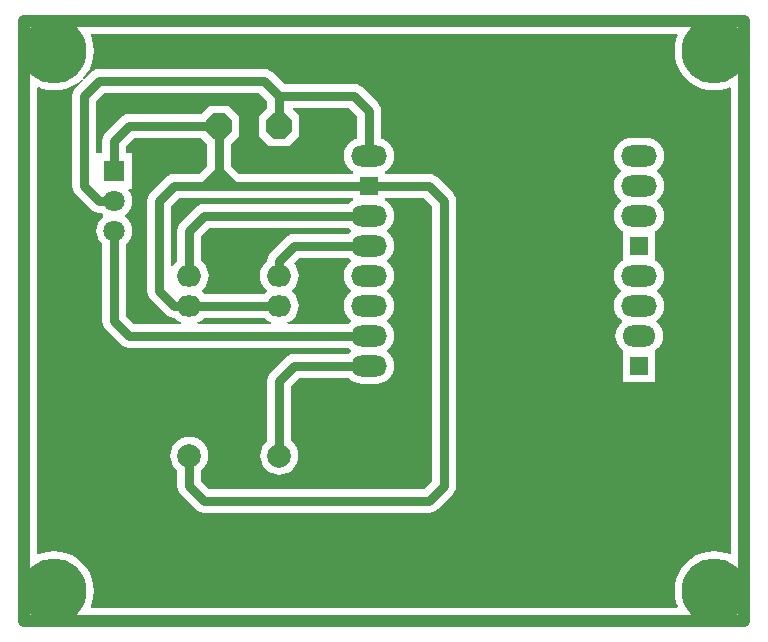
<source format=gbl>
G04 Layer_Physical_Order=2*
G04 Layer_Color=16711680*
%FSLAX42Y42*%
%MOMM*%
G71*
G01*
G75*
%ADD10P,2.38X8X22.5*%
%ADD11C,2.00*%
%ADD12O,2.10X1.80*%
%ADD13R,1.80X1.80*%
%ADD14C,1.80*%
%ADD16O,2.80X1.80*%
%ADD17O,3.05X1.80*%
%ADD18C,5.50*%
%ADD19C,0.80*%
%ADD20C,1.00*%
%ADD21R,1.52X1.52*%
G36*
X7011Y9356D02*
Y9298D01*
X6942Y9229D01*
Y9059D01*
X7027Y8974D01*
X7197D01*
X7282Y9059D01*
Y9229D01*
X7226Y9285D01*
X7230Y9297D01*
X7705D01*
X7773Y9229D01*
Y9035D01*
X7754Y9029D01*
X7728Y9015D01*
X7705Y8997D01*
X7686Y8974D01*
X7672Y8948D01*
X7664Y8919D01*
X7661Y8890D01*
X7664Y8861D01*
X7672Y8832D01*
X7686Y8806D01*
X7705Y8783D01*
X7728Y8765D01*
X7738Y8759D01*
Y8737D01*
X6773D01*
X6705Y8805D01*
Y8990D01*
X6774Y9059D01*
Y9229D01*
X6689Y9314D01*
X6519D01*
X6450Y9245D01*
X5842D01*
X5816Y9241D01*
X5792Y9231D01*
X5771Y9215D01*
X5644Y9088D01*
X5628Y9067D01*
X5618Y9043D01*
X5614Y9017D01*
Y8913D01*
X5565D01*
X5562Y8924D01*
Y9356D01*
X5630Y9424D01*
X6943D01*
X7011Y9356D01*
D02*
G37*
G36*
X7738Y8513D02*
X7728Y8507D01*
X7705Y8489D01*
X7700Y8483D01*
X6477D01*
X6451Y8479D01*
X6427Y8469D01*
X6406Y8453D01*
X6279Y8326D01*
X6263Y8305D01*
X6253Y8281D01*
X6249Y8255D01*
Y7998D01*
X6228Y7981D01*
X6210Y7958D01*
X6209Y7957D01*
X6197Y7960D01*
Y8467D01*
X6265Y8535D01*
X7738D01*
Y8513D01*
D02*
G37*
G36*
X7705Y8275D02*
X7720Y8263D01*
Y8247D01*
X7705Y8235D01*
X7700Y8229D01*
X7239D01*
X7213Y8225D01*
X7189Y8215D01*
X7168Y8199D01*
X7041Y8072D01*
X7025Y8051D01*
X7015Y8027D01*
X7011Y8001D01*
Y7998D01*
X6990Y7981D01*
X6972Y7958D01*
X6958Y7932D01*
X6949Y7903D01*
X6946Y7874D01*
X6949Y7845D01*
X6958Y7816D01*
X6972Y7790D01*
X6990Y7767D01*
X7005Y7755D01*
Y7739D01*
X6990Y7727D01*
X6986Y7721D01*
X6476D01*
X6472Y7727D01*
X6457Y7739D01*
Y7755D01*
X6472Y7767D01*
X6490Y7790D01*
X6504Y7816D01*
X6513Y7845D01*
X6516Y7874D01*
X6513Y7903D01*
X6504Y7932D01*
X6490Y7958D01*
X6472Y7981D01*
X6451Y7998D01*
Y8213D01*
X6519Y8281D01*
X7700D01*
X7705Y8275D01*
D02*
G37*
G36*
Y8021D02*
X7720Y8009D01*
Y7993D01*
X7705Y7981D01*
X7686Y7958D01*
X7672Y7932D01*
X7664Y7903D01*
X7661Y7874D01*
X7664Y7845D01*
X7672Y7816D01*
X7686Y7790D01*
X7705Y7767D01*
X7720Y7755D01*
Y7739D01*
X7705Y7727D01*
X7686Y7704D01*
X7672Y7678D01*
X7664Y7649D01*
X7661Y7620D01*
X7664Y7591D01*
X7672Y7562D01*
X7686Y7536D01*
X7705Y7513D01*
X7720Y7501D01*
Y7485D01*
X7705Y7473D01*
X7700Y7467D01*
X7183D01*
X7181Y7480D01*
X7185Y7481D01*
X7211Y7495D01*
X7234Y7513D01*
X7252Y7536D01*
X7266Y7562D01*
X7275Y7591D01*
X7278Y7620D01*
X7275Y7649D01*
X7266Y7678D01*
X7252Y7704D01*
X7234Y7727D01*
X7219Y7739D01*
Y7755D01*
X7234Y7767D01*
X7252Y7790D01*
X7266Y7816D01*
X7275Y7845D01*
X7278Y7874D01*
X7275Y7903D01*
X7266Y7932D01*
X7252Y7958D01*
X7234Y7980D01*
X7281Y8027D01*
X7700D01*
X7705Y8021D01*
D02*
G37*
G36*
X6990Y7513D02*
X7013Y7495D01*
X7039Y7481D01*
X7043Y7480D01*
X7041Y7467D01*
X6421D01*
X6419Y7480D01*
X6423Y7481D01*
X6449Y7495D01*
X6472Y7513D01*
X6476Y7519D01*
X6986D01*
X6990Y7513D01*
D02*
G37*
G36*
X6503Y8990D02*
Y8805D01*
X6435Y8737D01*
X6223D01*
X6197Y8733D01*
X6173Y8723D01*
X6152Y8707D01*
X6025Y8580D01*
X6009Y8559D01*
X5999Y8535D01*
X5995Y8509D01*
Y7747D01*
X5999Y7721D01*
X6009Y7697D01*
X6025Y7676D01*
X6152Y7549D01*
X6173Y7533D01*
X6197Y7523D01*
X6223Y7519D01*
X6224D01*
X6228Y7513D01*
X6251Y7495D01*
X6277Y7481D01*
X6281Y7480D01*
X6279Y7467D01*
X5884D01*
X5816Y7535D01*
Y8144D01*
X5822Y8148D01*
X5840Y8171D01*
X5854Y8197D01*
X5863Y8226D01*
X5866Y8255D01*
X5863Y8284D01*
X5854Y8313D01*
X5840Y8339D01*
X5822Y8362D01*
X5807Y8374D01*
Y8390D01*
X5822Y8402D01*
X5840Y8425D01*
X5854Y8451D01*
X5863Y8480D01*
X5866Y8509D01*
X5863Y8538D01*
X5854Y8567D01*
X5840Y8593D01*
X5833Y8602D01*
X5839Y8613D01*
X5865D01*
Y8913D01*
X5816D01*
Y8975D01*
X5884Y9043D01*
X6450D01*
X6503Y8990D01*
D02*
G37*
G36*
X10487Y9911D02*
X10475Y9883D01*
X10463Y9832D01*
X10459Y9779D01*
X10463Y9726D01*
X10475Y9675D01*
X10496Y9626D01*
X10523Y9581D01*
X10557Y9541D01*
X10597Y9507D01*
X10642Y9480D01*
X10691Y9459D01*
X10742Y9447D01*
X10795Y9443D01*
X10848Y9447D01*
X10899Y9459D01*
X10927Y9471D01*
X10938Y9464D01*
Y5522D01*
X10927Y5515D01*
X10899Y5527D01*
X10848Y5539D01*
X10795Y5543D01*
X10742Y5539D01*
X10691Y5527D01*
X10642Y5506D01*
X10597Y5479D01*
X10557Y5445D01*
X10523Y5405D01*
X10496Y5360D01*
X10475Y5311D01*
X10463Y5260D01*
X10459Y5207D01*
X10463Y5154D01*
X10475Y5103D01*
X10487Y5075D01*
X10480Y5064D01*
X5522D01*
X5515Y5075D01*
X5527Y5103D01*
X5539Y5154D01*
X5543Y5207D01*
X5539Y5260D01*
X5527Y5311D01*
X5506Y5360D01*
X5479Y5405D01*
X5445Y5445D01*
X5405Y5479D01*
X5360Y5506D01*
X5311Y5527D01*
X5260Y5539D01*
X5207Y5543D01*
X5154Y5539D01*
X5103Y5527D01*
X5075Y5515D01*
X5064Y5522D01*
Y9464D01*
X5075Y9471D01*
X5103Y9459D01*
X5154Y9447D01*
X5207Y9443D01*
X5260Y9447D01*
X5311Y9459D01*
X5360Y9480D01*
X5405Y9507D01*
X5439Y9537D01*
X5448Y9527D01*
X5390Y9469D01*
X5374Y9448D01*
X5364Y9424D01*
X5360Y9398D01*
Y8636D01*
X5364Y8610D01*
X5374Y8586D01*
X5390Y8565D01*
X5517Y8438D01*
X5538Y8422D01*
X5562Y8412D01*
X5588Y8408D01*
X5604D01*
X5608Y8402D01*
X5623Y8390D01*
Y8374D01*
X5608Y8362D01*
X5590Y8339D01*
X5576Y8313D01*
X5567Y8284D01*
X5564Y8255D01*
X5567Y8226D01*
X5576Y8197D01*
X5590Y8171D01*
X5608Y8148D01*
X5614Y8144D01*
Y7493D01*
X5618Y7467D01*
X5628Y7443D01*
X5644Y7422D01*
X5771Y7295D01*
X5792Y7279D01*
X5816Y7269D01*
X5842Y7265D01*
X7700D01*
X7705Y7259D01*
X7720Y7247D01*
Y7231D01*
X7705Y7219D01*
X7700Y7213D01*
X7239D01*
X7213Y7209D01*
X7189Y7199D01*
X7168Y7183D01*
X7041Y7056D01*
X7025Y7035D01*
X7015Y7011D01*
X7011Y6985D01*
Y6474D01*
X6998Y6464D01*
X6978Y6439D01*
X6963Y6412D01*
X6954Y6381D01*
X6951Y6350D01*
X6954Y6319D01*
X6963Y6288D01*
X6978Y6261D01*
X6998Y6236D01*
X7023Y6216D01*
X7050Y6201D01*
X7081Y6192D01*
X7112Y6189D01*
X7143Y6192D01*
X7174Y6201D01*
X7201Y6216D01*
X7226Y6236D01*
X7246Y6261D01*
X7261Y6288D01*
X7270Y6319D01*
X7273Y6350D01*
X7270Y6381D01*
X7261Y6412D01*
X7246Y6439D01*
X7226Y6464D01*
X7213Y6474D01*
Y6943D01*
X7281Y7011D01*
X7700D01*
X7705Y7005D01*
X7728Y6987D01*
X7754Y6973D01*
X7782Y6964D01*
X7812Y6961D01*
X7936D01*
X7966Y6964D01*
X7994Y6973D01*
X8020Y6987D01*
X8043Y7005D01*
X8062Y7028D01*
X8076Y7054D01*
X8084Y7083D01*
X8087Y7112D01*
X8084Y7141D01*
X8076Y7170D01*
X8062Y7196D01*
X8043Y7219D01*
X8028Y7231D01*
Y7247D01*
X8043Y7259D01*
X8062Y7282D01*
X8076Y7308D01*
X8084Y7337D01*
X8087Y7366D01*
X8084Y7395D01*
X8076Y7424D01*
X8062Y7450D01*
X8043Y7473D01*
X8028Y7485D01*
Y7501D01*
X8043Y7513D01*
X8062Y7536D01*
X8076Y7562D01*
X8084Y7591D01*
X8087Y7620D01*
X8084Y7649D01*
X8076Y7678D01*
X8062Y7704D01*
X8043Y7727D01*
X8028Y7739D01*
Y7755D01*
X8043Y7767D01*
X8062Y7790D01*
X8076Y7816D01*
X8084Y7845D01*
X8087Y7874D01*
X8084Y7903D01*
X8076Y7932D01*
X8062Y7958D01*
X8043Y7981D01*
X8028Y7993D01*
Y8009D01*
X8043Y8021D01*
X8062Y8044D01*
X8076Y8070D01*
X8084Y8099D01*
X8087Y8128D01*
X8084Y8157D01*
X8076Y8186D01*
X8062Y8212D01*
X8043Y8235D01*
X8028Y8247D01*
Y8263D01*
X8043Y8275D01*
X8062Y8298D01*
X8076Y8324D01*
X8084Y8353D01*
X8087Y8382D01*
X8084Y8411D01*
X8076Y8440D01*
X8062Y8466D01*
X8043Y8489D01*
X8020Y8507D01*
X8010Y8513D01*
Y8535D01*
X8340D01*
X8408Y8467D01*
Y6138D01*
X8340Y6070D01*
X6519D01*
X6451Y6138D01*
Y6226D01*
X6464Y6236D01*
X6484Y6261D01*
X6499Y6288D01*
X6508Y6319D01*
X6511Y6350D01*
X6508Y6381D01*
X6499Y6412D01*
X6484Y6439D01*
X6464Y6464D01*
X6439Y6484D01*
X6412Y6499D01*
X6381Y6508D01*
X6350Y6511D01*
X6319Y6508D01*
X6288Y6499D01*
X6261Y6484D01*
X6236Y6464D01*
X6216Y6439D01*
X6201Y6412D01*
X6192Y6381D01*
X6189Y6350D01*
X6192Y6319D01*
X6201Y6288D01*
X6216Y6261D01*
X6236Y6236D01*
X6249Y6226D01*
Y6096D01*
X6253Y6070D01*
X6263Y6046D01*
X6279Y6025D01*
X6406Y5898D01*
X6427Y5882D01*
X6451Y5872D01*
X6477Y5868D01*
X8382D01*
X8408Y5872D01*
X8432Y5882D01*
X8453Y5898D01*
X8580Y6025D01*
X8596Y6046D01*
X8606Y6070D01*
X8610Y6096D01*
Y8509D01*
X8606Y8535D01*
X8596Y8559D01*
X8580Y8580D01*
X8453Y8707D01*
X8432Y8723D01*
X8408Y8733D01*
X8382Y8737D01*
X8010D01*
Y8759D01*
X8020Y8765D01*
X8043Y8783D01*
X8062Y8806D01*
X8076Y8832D01*
X8084Y8861D01*
X8087Y8890D01*
X8084Y8919D01*
X8076Y8948D01*
X8062Y8974D01*
X8043Y8997D01*
X8020Y9015D01*
X7994Y9029D01*
X7975Y9035D01*
Y9271D01*
X7971Y9297D01*
X7961Y9321D01*
X7945Y9342D01*
X7818Y9469D01*
X7797Y9485D01*
X7773Y9495D01*
X7747Y9499D01*
X7154D01*
X7056Y9596D01*
X7035Y9612D01*
X7011Y9622D01*
X6985Y9626D01*
X5588D01*
X5562Y9622D01*
X5538Y9612D01*
X5517Y9596D01*
X5459Y9538D01*
X5449Y9547D01*
X5479Y9581D01*
X5506Y9626D01*
X5527Y9675D01*
X5539Y9726D01*
X5543Y9779D01*
X5539Y9832D01*
X5527Y9883D01*
X5515Y9911D01*
X5522Y9922D01*
X10480D01*
X10487Y9911D01*
D02*
G37*
%LPC*%
G36*
X10222Y9041D02*
X10098D01*
X10068Y9038D01*
X10040Y9029D01*
X10014Y9015D01*
X9991Y8997D01*
X9972Y8974D01*
X9958Y8948D01*
X9950Y8919D01*
X9947Y8890D01*
X9950Y8861D01*
X9958Y8832D01*
X9972Y8806D01*
X9991Y8783D01*
X10006Y8771D01*
Y8755D01*
X9991Y8743D01*
X9972Y8720D01*
X9958Y8694D01*
X9950Y8665D01*
X9947Y8636D01*
X9950Y8607D01*
X9958Y8578D01*
X9972Y8552D01*
X9991Y8529D01*
X10006Y8517D01*
Y8501D01*
X9991Y8489D01*
X9972Y8466D01*
X9958Y8440D01*
X9950Y8411D01*
X9947Y8382D01*
X9950Y8353D01*
X9958Y8324D01*
X9972Y8298D01*
X9991Y8275D01*
X10014Y8257D01*
X10024Y8251D01*
Y8005D01*
X10014Y7999D01*
X9991Y7981D01*
X9972Y7958D01*
X9958Y7932D01*
X9950Y7903D01*
X9947Y7874D01*
X9950Y7845D01*
X9958Y7816D01*
X9972Y7790D01*
X9991Y7767D01*
X10006Y7755D01*
Y7739D01*
X9991Y7727D01*
X9972Y7704D01*
X9958Y7678D01*
X9950Y7649D01*
X9947Y7620D01*
X9950Y7591D01*
X9958Y7562D01*
X9972Y7536D01*
X9991Y7513D01*
X10012Y7496D01*
X10015Y7482D01*
X10003Y7473D01*
X9985Y7450D01*
X9971Y7424D01*
X9962Y7395D01*
X9959Y7366D01*
X9962Y7337D01*
X9971Y7308D01*
X9985Y7282D01*
X10003Y7259D01*
X10024Y7243D01*
Y6976D01*
X10296D01*
Y7243D01*
X10317Y7259D01*
X10335Y7282D01*
X10349Y7308D01*
X10358Y7337D01*
X10361Y7366D01*
X10358Y7395D01*
X10349Y7424D01*
X10335Y7450D01*
X10317Y7473D01*
X10305Y7482D01*
X10308Y7496D01*
X10329Y7513D01*
X10348Y7536D01*
X10362Y7562D01*
X10370Y7591D01*
X10373Y7620D01*
X10370Y7649D01*
X10362Y7678D01*
X10348Y7704D01*
X10329Y7727D01*
X10314Y7739D01*
Y7755D01*
X10329Y7767D01*
X10348Y7790D01*
X10362Y7816D01*
X10370Y7845D01*
X10373Y7874D01*
X10370Y7903D01*
X10362Y7932D01*
X10348Y7958D01*
X10329Y7981D01*
X10306Y7999D01*
X10296Y8005D01*
Y8251D01*
X10306Y8257D01*
X10329Y8275D01*
X10348Y8298D01*
X10362Y8324D01*
X10370Y8353D01*
X10373Y8382D01*
X10370Y8411D01*
X10362Y8440D01*
X10348Y8466D01*
X10329Y8489D01*
X10314Y8501D01*
Y8517D01*
X10329Y8529D01*
X10348Y8552D01*
X10362Y8578D01*
X10370Y8607D01*
X10373Y8636D01*
X10370Y8665D01*
X10362Y8694D01*
X10348Y8720D01*
X10329Y8743D01*
X10314Y8755D01*
Y8771D01*
X10329Y8783D01*
X10348Y8806D01*
X10362Y8832D01*
X10370Y8861D01*
X10373Y8890D01*
X10370Y8919D01*
X10362Y8948D01*
X10348Y8974D01*
X10329Y8997D01*
X10306Y9015D01*
X10280Y9029D01*
X10252Y9038D01*
X10222Y9041D01*
D02*
G37*
%LPD*%
D10*
X6604Y9144D02*
D03*
X7112D02*
D03*
D11*
Y6350D02*
D03*
X6350D02*
D03*
D12*
X7112Y7620D02*
D03*
Y7874D02*
D03*
X6350Y7620D02*
D03*
Y7874D02*
D03*
D13*
X5715Y8763D02*
D03*
D14*
Y8509D02*
D03*
Y8255D02*
D03*
D16*
X10160Y7366D02*
D03*
D17*
Y7620D02*
D03*
Y7874D02*
D03*
Y8382D02*
D03*
Y8636D02*
D03*
Y8890D02*
D03*
X7874D02*
D03*
Y8382D02*
D03*
Y8128D02*
D03*
Y7874D02*
D03*
Y7620D02*
D03*
Y7366D02*
D03*
Y7112D02*
D03*
D18*
X5207Y9779D02*
D03*
Y5207D02*
D03*
X10795Y9779D02*
D03*
Y5207D02*
D03*
D19*
X7874Y8636D02*
X8382D01*
X6731D02*
X7874D01*
X6604D02*
X6731D01*
X6477D02*
X6604D01*
X6223D02*
X6477D01*
X6604Y8763D02*
Y9144D01*
Y8636D02*
Y8763D01*
X6731Y8636D01*
X6477D02*
X6604Y8763D01*
X6096Y7747D02*
Y8509D01*
Y7747D02*
X6223Y7620D01*
X6350D01*
X6096Y8509D02*
X6223Y8636D01*
X5842Y9144D02*
X6604D01*
X5715Y9017D02*
X5842Y9144D01*
X5715Y8763D02*
Y9017D01*
X5461Y8636D02*
X5588Y8509D01*
X5715D01*
X7874Y8890D02*
Y9271D01*
X7747Y9398D02*
X7874Y9271D01*
X7112Y9398D02*
X7747D01*
X7112Y9144D02*
Y9398D01*
X6985Y9525D02*
X7112Y9398D01*
X5588Y9525D02*
X6985D01*
X5461Y9398D02*
X5588Y9525D01*
X5461Y8636D02*
Y9398D01*
X8382Y8636D02*
X8509Y8509D01*
Y6096D02*
Y8509D01*
X8382Y5969D02*
X8509Y6096D01*
X6477Y5969D02*
X8382D01*
X6350Y6096D02*
X6477Y5969D01*
X6350Y6096D02*
Y6350D01*
X7112D02*
Y6985D01*
X7239Y7112D01*
X7874D01*
X6350Y7620D02*
X7112D01*
X5842Y7366D02*
X7874D01*
X5715Y7493D02*
X5842Y7366D01*
X5715Y7493D02*
Y8255D01*
X6477Y8382D02*
X7874D01*
X6350Y8255D02*
X6477Y8382D01*
X6350Y7874D02*
Y8255D01*
X7239Y8128D02*
X7874D01*
X7112Y8001D02*
X7239Y8128D01*
X7112Y7874D02*
Y8001D01*
D20*
X4953Y10033D02*
X11049D01*
Y4953D02*
Y10033D01*
X4953Y4953D02*
X11049D01*
X4953D02*
Y10033D01*
D21*
X10160Y7112D02*
D03*
Y8128D02*
D03*
X7874Y8636D02*
D03*
M02*

</source>
